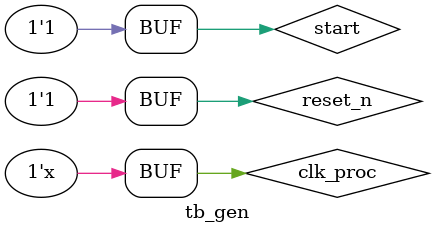
<source format=v>
`timescale 1ns/100ps
module tb_gen();

	reg clk_proc;
	reg reset_n;
	
	reg addr_rel_i;
	reg wr_i;
	reg [31:0] datawr_i;
	reg start;
	reg rand;
	reg rand2;
	reg [31:0] counter;

	initial begin
		$dumpfile("/tmp/tb_gen.vcd");
        $dumpvars;
        
		clk_proc = 0;
		addr_rel_i = 0;
		wr_i = 0;
		datawr_i = 0;
		start = 0;
		rand = 0;
		rand2 = 0;
		counter = 0;
		
		#1 reset_n = 1'd0;
		#4 reset_n = 1'd1;	
		
		#6 datawr_i = 8192;
		#2 addr_rel_i =0;
		#2 wr_i = 1;
		#2 wr_i = 0;
		#2 start = 1;
				

	end
		
	always #1 clk_proc = ~clk_proc;
	

	always@(posedge clk_proc)
		rand <= $random;
	
	always@(posedge clk_proc)
		rand2 <= $random;	
	
	always@(posedge clk_proc)
		if (start == 1)
			if (rand && counter < 8192)
				begin
					#6 datawr_i <= $random; addr_rel_i <=1; wr_i <= 1;
					if(rand2)
						#2 wr_i <= 0;
				end
			else
				begin
					datawr_i <= 0;
					wr_i <= 0;
				end
	
	always@(posedge clk_proc)
		if (wr_i)
			counter <= counter + 1;
		else
			counter <= counter;

streamgen 
#(
	.OUT_WIDTH(16)
)
streamgen_inst(
	.clk_proc(clk_proc),
	.reset_n(reset_n),
	
	
	.out_fv(),
	.out_dv(),
	.out_data(),
	

	.addr_rel_i(addr_rel_i),
	.wr_i(wr_i),
	.datawr_i(datawr_i),
	.rd_i(1'b0),
	

	.datard_o()
	
);


endmodule

</source>
